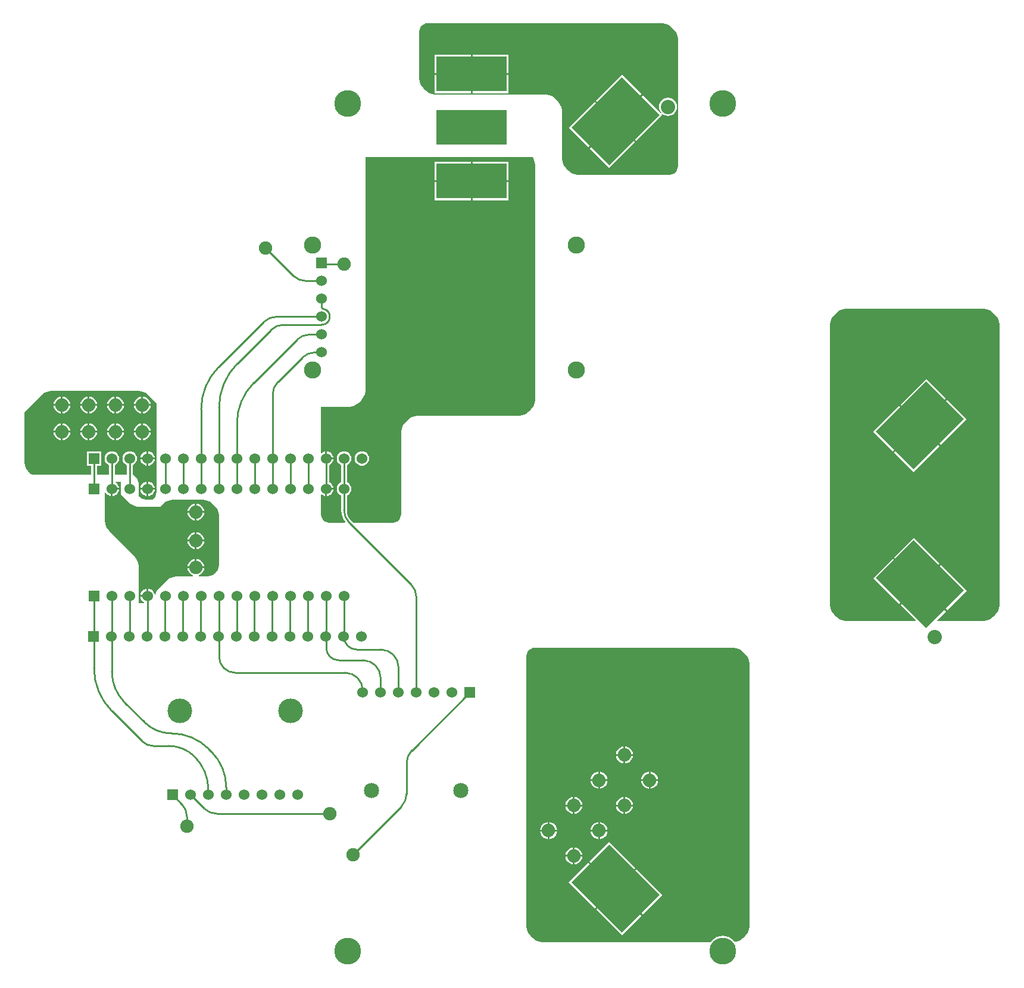
<source format=gtl>
G04*
G04 #@! TF.GenerationSoftware,Altium Limited,Altium Designer,20.1.14 (287)*
G04*
G04 Layer_Physical_Order=1*
G04 Layer_Color=255*
%FSLAX24Y24*%
%MOIN*%
G70*
G04*
G04 #@! TF.SameCoordinates,B8CB9E98-002D-4190-A2A2-B4F4F07DE0F0*
G04*
G04*
G04 #@! TF.FilePolarity,Positive*
G04*
G01*
G75*
%ADD10C,0.0100*%
G04:AMPARAMS|DCode=15|XSize=300mil|YSize=400mil|CornerRadius=0mil|HoleSize=0mil|Usage=FLASHONLY|Rotation=315.000|XOffset=0mil|YOffset=0mil|HoleType=Round|Shape=Rectangle|*
%AMROTATEDRECTD15*
4,1,4,-0.2475,-0.0354,0.0354,0.2475,0.2475,0.0354,-0.0354,-0.2475,-0.2475,-0.0354,0.0*
%
%ADD15ROTATEDRECTD15*%

G04:AMPARAMS|DCode=16|XSize=300mil|YSize=400mil|CornerRadius=0mil|HoleSize=0mil|Usage=FLASHONLY|Rotation=225.000|XOffset=0mil|YOffset=0mil|HoleType=Round|Shape=Rectangle|*
%AMROTATEDRECTD16*
4,1,4,-0.0354,0.2475,0.2475,-0.0354,0.0354,-0.2475,-0.2475,0.0354,-0.0354,0.2475,0.0*
%
%ADD16ROTATEDRECTD16*%

%ADD17R,0.3937X0.1969*%
%ADD32R,0.0600X0.0600*%
%ADD33C,0.0600*%
%ADD34R,0.0600X0.0600*%
%ADD35R,0.0602X0.0602*%
%ADD36C,0.0602*%
%ADD37C,0.0850*%
%ADD38C,0.0750*%
%ADD39C,0.0965*%
%ADD40C,0.1500*%
%ADD41C,0.0800*%
%ADD42C,0.1378*%
G36*
X37792Y58462D02*
X37974Y58386D01*
X38137Y58277D01*
X38277Y58137D01*
X38386Y57974D01*
X38462Y57792D01*
X38500Y57598D01*
Y57500D01*
Y50500D01*
Y50451D01*
X38481Y50354D01*
X38443Y50263D01*
X38388Y50181D01*
X38319Y50112D01*
X38237Y50057D01*
X38146Y50019D01*
X38049Y50000D01*
X32902D01*
X32708Y50038D01*
X32526Y50114D01*
X32363Y50223D01*
X32223Y50363D01*
X32114Y50526D01*
X32038Y50708D01*
X32000Y50902D01*
Y51000D01*
Y53500D01*
X31995Y53598D01*
X31957Y53790D01*
X31882Y53971D01*
X31773Y54134D01*
X31634Y54273D01*
X31471Y54382D01*
X31290Y54457D01*
X31098Y54495D01*
X31000Y54500D01*
X24902D01*
X24708Y54538D01*
X24526Y54614D01*
X24363Y54723D01*
X24223Y54863D01*
X24114Y55026D01*
X24038Y55208D01*
X24000Y55402D01*
Y55500D01*
Y58000D01*
Y58049D01*
X24019Y58146D01*
X24057Y58237D01*
X24112Y58319D01*
X24181Y58388D01*
X24263Y58443D01*
X24354Y58481D01*
X24451Y58500D01*
X37598D01*
X37792Y58462D01*
D02*
G37*
G36*
X8477Y37862D02*
X8659Y37786D01*
X8823Y37677D01*
X9224Y37276D01*
X9261Y37220D01*
X9287Y37158D01*
X9300Y37092D01*
Y37059D01*
Y32283D01*
Y32216D01*
X9274Y32084D01*
X9222Y31959D01*
X9148Y31848D01*
X9100Y31800D01*
X8716D01*
X8584Y31826D01*
X8459Y31878D01*
X8348Y31952D01*
X8300Y32000D01*
Y32617D01*
X8297Y32684D01*
X8271Y32815D01*
X8219Y32939D01*
X8145Y33050D01*
X8100Y33100D01*
X8075Y33122D01*
X8020Y33160D01*
X7958Y33185D01*
X7953Y33186D01*
Y33730D01*
X8002Y33751D01*
X8085Y33815D01*
X8149Y33898D01*
X8190Y33996D01*
X8203Y34100D01*
X8190Y34204D01*
X8149Y34302D01*
X8085Y34385D01*
X8002Y34449D01*
X7904Y34490D01*
X7800Y34503D01*
X7696Y34490D01*
X7598Y34449D01*
X7515Y34385D01*
X7451Y34302D01*
X7410Y34204D01*
X7397Y34100D01*
X7410Y33996D01*
X7451Y33898D01*
X7515Y33815D01*
X7598Y33751D01*
X7647Y33730D01*
Y33200D01*
X6953D01*
Y33730D01*
X7002Y33751D01*
X7085Y33815D01*
X7149Y33898D01*
X7190Y33996D01*
X7203Y34100D01*
X7190Y34204D01*
X7149Y34302D01*
X7085Y34385D01*
X7002Y34449D01*
X6904Y34490D01*
X6800Y34503D01*
X6696Y34490D01*
X6598Y34449D01*
X6515Y34385D01*
X6451Y34302D01*
X6410Y34204D01*
X6397Y34100D01*
X6410Y33996D01*
X6451Y33898D01*
X6515Y33815D01*
X6598Y33751D01*
X6647Y33730D01*
Y33200D01*
X5953D01*
Y33700D01*
X6200D01*
Y34500D01*
X5400D01*
Y33700D01*
X5647D01*
Y33200D01*
X2408D01*
X2342Y33213D01*
X2280Y33239D01*
X2224Y33276D01*
X2200Y33300D01*
X2183Y33317D01*
X2183D01*
X2116Y33384D01*
X2010Y33543D01*
X1937Y33718D01*
X1900Y33905D01*
Y34000D01*
Y36700D01*
X2807Y37607D01*
X2807Y37607D01*
Y37607D01*
X2877Y37677D01*
X3041Y37786D01*
X3223Y37862D01*
X3416Y37900D01*
X8284D01*
X8477Y37862D01*
D02*
G37*
G36*
X30399Y50943D02*
X30449Y50822D01*
X30483Y50696D01*
X30500Y50566D01*
X30500Y50500D01*
X30500Y37500D01*
Y37402D01*
X30462Y37208D01*
X30386Y37026D01*
X30277Y36863D01*
X30137Y36723D01*
X29974Y36614D01*
X29792Y36538D01*
X29598Y36500D01*
X24000D01*
X24000Y36500D01*
X23902Y36495D01*
X23710Y36457D01*
X23529Y36382D01*
X23366Y36273D01*
X23227Y36134D01*
X23118Y35971D01*
X23043Y35790D01*
X23005Y35598D01*
X23000Y35500D01*
Y31000D01*
Y30951D01*
X22981Y30854D01*
X22943Y30763D01*
X22888Y30681D01*
X22819Y30612D01*
X22737Y30557D01*
X22646Y30519D01*
X22549Y30500D01*
X20316D01*
X20201Y30615D01*
X20195Y30619D01*
X20094Y30742D01*
X20016Y30889D01*
X19967Y31049D01*
X19952Y31207D01*
X19953Y31214D01*
Y32029D01*
X20002Y32050D01*
X20086Y32114D01*
X20150Y32198D01*
X20191Y32295D01*
X20205Y32400D01*
X20191Y32505D01*
X20150Y32602D01*
X20086Y32686D01*
X20002Y32750D01*
X19953Y32771D01*
Y33730D01*
X20002Y33751D01*
X20085Y33815D01*
X20149Y33898D01*
X20190Y33996D01*
X20203Y34100D01*
X20190Y34204D01*
X20149Y34302D01*
X20085Y34385D01*
X20002Y34449D01*
X19904Y34490D01*
X19800Y34503D01*
X19696Y34490D01*
X19598Y34449D01*
X19515Y34385D01*
X19451Y34302D01*
X19410Y34204D01*
X19397Y34100D01*
X19410Y33996D01*
X19451Y33898D01*
X19515Y33815D01*
X19598Y33751D01*
X19647Y33730D01*
Y32771D01*
X19598Y32750D01*
X19514Y32686D01*
X19450Y32602D01*
X19409Y32505D01*
X19395Y32400D01*
X19409Y32295D01*
X19450Y32198D01*
X19514Y32114D01*
X19598Y32050D01*
X19647Y32029D01*
Y31214D01*
X19646D01*
X19661Y31034D01*
X19703Y30858D01*
X19772Y30691D01*
X19858Y30550D01*
X19838Y30500D01*
X18951D01*
X18854Y30519D01*
X18763Y30557D01*
X18681Y30612D01*
X18612Y30681D01*
X18557Y30763D01*
X18519Y30854D01*
X18500Y30951D01*
Y32062D01*
X18550Y32086D01*
X18598Y32050D01*
X18695Y32009D01*
X18750Y32002D01*
Y32400D01*
X18800D01*
Y32450D01*
X19198D01*
X19191Y32505D01*
X19150Y32602D01*
X19086Y32686D01*
X19002Y32750D01*
X18953Y32771D01*
Y33730D01*
X19002Y33751D01*
X19085Y33815D01*
X19149Y33898D01*
X19190Y33996D01*
X19197Y34050D01*
X18800D01*
Y34100D01*
X18750D01*
Y34497D01*
X18696Y34490D01*
X18598Y34449D01*
X18550Y34412D01*
X18500Y34437D01*
Y37000D01*
X19953Y37000D01*
X20000Y37000D01*
X20000Y37000D01*
X20000Y37000D01*
X20098Y37005D01*
X20290Y37043D01*
X20471Y37118D01*
X20634Y37227D01*
X20773Y37366D01*
X20882Y37529D01*
X20957Y37710D01*
X20995Y37902D01*
X21000Y38000D01*
X21000Y51000D01*
X30366D01*
X30399Y50943D01*
D02*
G37*
G36*
X7300Y32100D02*
X7788Y31612D01*
X7841Y31564D01*
X7959Y31486D01*
X8090Y31431D01*
X8229Y31403D01*
X8300Y31400D01*
X9500D01*
X9607Y31507D01*
X9607Y31507D01*
Y31507D01*
X9677Y31577D01*
X9841Y31686D01*
X10023Y31762D01*
X10216Y31800D01*
X11884D01*
X12077Y31762D01*
X12259Y31686D01*
X12423Y31577D01*
X12493Y31507D01*
X12517Y31483D01*
Y31483D01*
X12584Y31416D01*
X12690Y31257D01*
X12763Y31082D01*
X12800Y30895D01*
Y30800D01*
Y28183D01*
Y28116D01*
X12774Y27984D01*
X12722Y27859D01*
X12648Y27748D01*
X12600Y27700D01*
X12552Y27652D01*
X12441Y27578D01*
X12316Y27526D01*
X12184Y27500D01*
X11665D01*
X11655Y27550D01*
X11740Y27585D01*
X11839Y27661D01*
X11915Y27760D01*
X11963Y27876D01*
X11973Y27950D01*
X11027D01*
X11037Y27876D01*
X11085Y27760D01*
X11161Y27661D01*
X11260Y27585D01*
X11345Y27550D01*
X11335Y27500D01*
X10514D01*
X10416Y27495D01*
X10224Y27457D01*
X10043Y27382D01*
X9880Y27273D01*
X9807Y27207D01*
X9493Y26893D01*
Y26893D01*
X9427Y26820D01*
X9318Y26657D01*
X9245Y26480D01*
X9240Y26478D01*
X9192Y26496D01*
X9191Y26505D01*
X9150Y26602D01*
X9086Y26686D01*
X9002Y26750D01*
X8905Y26791D01*
X8850Y26798D01*
Y26400D01*
X8800D01*
Y26350D01*
X8402D01*
X8409Y26295D01*
X8450Y26198D01*
X8514Y26114D01*
X8597Y26050D01*
X8597Y26048D01*
X8587Y26000D01*
X8300D01*
Y27986D01*
X8295Y28084D01*
X8257Y28276D01*
X8182Y28457D01*
X8073Y28620D01*
X8007Y28693D01*
X6693Y30007D01*
X6623Y30077D01*
X6514Y30241D01*
X6438Y30423D01*
X6400Y30616D01*
Y30714D01*
Y32187D01*
X6448Y32197D01*
X6450Y32197D01*
X6514Y32114D01*
X6598Y32050D01*
X6695Y32009D01*
X6750Y32002D01*
Y32400D01*
X6800D01*
Y32450D01*
X7198D01*
X7191Y32505D01*
X7150Y32602D01*
X7086Y32686D01*
X7003Y32750D01*
X7003Y32752D01*
X7013Y32800D01*
X7300D01*
Y32100D01*
D02*
G37*
G36*
X55792Y42462D02*
X55974Y42386D01*
X56137Y42277D01*
X56277Y42137D01*
X56386Y41974D01*
X56462Y41792D01*
X56500Y41598D01*
Y41500D01*
Y26000D01*
Y25902D01*
X56462Y25708D01*
X56386Y25526D01*
X56277Y25363D01*
X56137Y25223D01*
X55974Y25114D01*
X55792Y25038D01*
X55598Y25000D01*
X53035D01*
X53016Y25046D01*
X53498Y25528D01*
X52048Y26978D01*
X50952Y25882D01*
X51788Y25046D01*
X51769Y25000D01*
X47902D01*
X47708Y25038D01*
X47526Y25114D01*
X47363Y25223D01*
X47223Y25363D01*
X47114Y25526D01*
X47038Y25708D01*
X47000Y25902D01*
Y26000D01*
Y41500D01*
Y41598D01*
X47038Y41792D01*
X47114Y41974D01*
X47223Y42137D01*
X47363Y42277D01*
X47526Y42386D01*
X47708Y42462D01*
X47902Y42500D01*
X55598D01*
X55792Y42462D01*
D02*
G37*
G36*
X41792Y23462D02*
X41974Y23386D01*
X42137Y23277D01*
X42277Y23137D01*
X42386Y22974D01*
X42462Y22792D01*
X42500Y22598D01*
Y22500D01*
Y8000D01*
Y7902D01*
X42462Y7708D01*
X42386Y7526D01*
X42277Y7363D01*
X42137Y7223D01*
X41974Y7114D01*
X41792Y7038D01*
X41677Y7016D01*
X41604Y7104D01*
X41475Y7210D01*
X41327Y7289D01*
X41167Y7338D01*
X41000Y7354D01*
X40833Y7338D01*
X40673Y7289D01*
X40525Y7210D01*
X40396Y7104D01*
X40311Y7000D01*
X30902D01*
X30708Y7038D01*
X30526Y7114D01*
X30363Y7223D01*
X30223Y7363D01*
X30114Y7526D01*
X30038Y7708D01*
X30000Y7902D01*
Y8000D01*
Y23000D01*
Y23049D01*
X30019Y23146D01*
X30057Y23237D01*
X30112Y23319D01*
X30181Y23388D01*
X30263Y23443D01*
X30354Y23481D01*
X30451Y23500D01*
X41598D01*
X41792Y23462D01*
D02*
G37*
%LPC*%
G36*
X29018Y56734D02*
X27000D01*
Y55700D01*
X29018D01*
Y56734D01*
D02*
G37*
G36*
X26900D02*
X24881D01*
Y55700D01*
X26900D01*
Y56734D01*
D02*
G37*
G36*
X29018Y55600D02*
X27000D01*
Y54566D01*
X29018D01*
Y55600D01*
D02*
G37*
G36*
X26900D02*
X24881D01*
Y54566D01*
X26900D01*
Y55600D01*
D02*
G37*
G36*
X36520Y54450D02*
X35071Y53000D01*
X36167Y51904D01*
X37616Y53354D01*
X37571Y53399D01*
X37604Y53436D01*
X37682Y53376D01*
X37804Y53326D01*
X37934Y53309D01*
X38065Y53326D01*
X38187Y53376D01*
X38291Y53457D01*
X38371Y53561D01*
X38422Y53683D01*
X38439Y53813D01*
X38422Y53944D01*
X38371Y54065D01*
X38291Y54170D01*
X38187Y54250D01*
X38065Y54300D01*
X37934Y54317D01*
X37804Y54300D01*
X37682Y54250D01*
X37578Y54170D01*
X37498Y54065D01*
X37447Y53944D01*
X37430Y53813D01*
X37447Y53683D01*
X37498Y53561D01*
X37558Y53483D01*
X37520Y53450D01*
X36520Y54450D01*
D02*
G37*
G36*
X35354Y55616D02*
X33904Y54167D01*
X35000Y53071D01*
X36450Y54520D01*
X35354Y55616D01*
D02*
G37*
G36*
X33833Y54096D02*
X32384Y52646D01*
X33480Y51550D01*
X34929Y53000D01*
X33833Y54096D01*
D02*
G37*
G36*
X35000Y52929D02*
X33550Y51480D01*
X34646Y50384D01*
X36096Y51833D01*
X35000Y52929D01*
D02*
G37*
G36*
X8550Y37573D02*
Y37150D01*
X8973D01*
X8963Y37224D01*
X8915Y37340D01*
X8839Y37439D01*
X8740Y37515D01*
X8624Y37563D01*
X8550Y37573D01*
D02*
G37*
G36*
X8450D02*
X8376Y37563D01*
X8260Y37515D01*
X8161Y37439D01*
X8085Y37340D01*
X8037Y37224D01*
X8027Y37150D01*
X8450D01*
Y37573D01*
D02*
G37*
G36*
X7050D02*
Y37150D01*
X7473D01*
X7463Y37224D01*
X7415Y37340D01*
X7339Y37439D01*
X7240Y37515D01*
X7124Y37563D01*
X7050Y37573D01*
D02*
G37*
G36*
X6950D02*
X6876Y37563D01*
X6760Y37515D01*
X6661Y37439D01*
X6585Y37340D01*
X6537Y37224D01*
X6527Y37150D01*
X6950D01*
Y37573D01*
D02*
G37*
G36*
X5550D02*
Y37150D01*
X5973D01*
X5963Y37224D01*
X5915Y37340D01*
X5839Y37439D01*
X5740Y37515D01*
X5624Y37563D01*
X5550Y37573D01*
D02*
G37*
G36*
X5450D02*
X5376Y37563D01*
X5260Y37515D01*
X5161Y37439D01*
X5085Y37340D01*
X5037Y37224D01*
X5027Y37150D01*
X5450D01*
Y37573D01*
D02*
G37*
G36*
X4050D02*
Y37150D01*
X4473D01*
X4463Y37224D01*
X4415Y37340D01*
X4339Y37439D01*
X4240Y37515D01*
X4124Y37563D01*
X4050Y37573D01*
D02*
G37*
G36*
X3950D02*
X3876Y37563D01*
X3760Y37515D01*
X3661Y37439D01*
X3585Y37340D01*
X3537Y37224D01*
X3527Y37150D01*
X3950D01*
Y37573D01*
D02*
G37*
G36*
X8973Y37050D02*
X8550D01*
Y36627D01*
X8624Y36637D01*
X8740Y36685D01*
X8839Y36761D01*
X8915Y36860D01*
X8963Y36976D01*
X8973Y37050D01*
D02*
G37*
G36*
X8450D02*
X8027D01*
X8037Y36976D01*
X8085Y36860D01*
X8161Y36761D01*
X8260Y36685D01*
X8376Y36637D01*
X8450Y36627D01*
Y37050D01*
D02*
G37*
G36*
X7473D02*
X7050D01*
Y36627D01*
X7124Y36637D01*
X7240Y36685D01*
X7339Y36761D01*
X7415Y36860D01*
X7463Y36976D01*
X7473Y37050D01*
D02*
G37*
G36*
X6950D02*
X6527D01*
X6537Y36976D01*
X6585Y36860D01*
X6661Y36761D01*
X6760Y36685D01*
X6876Y36637D01*
X6950Y36627D01*
Y37050D01*
D02*
G37*
G36*
X5973D02*
X5550D01*
Y36627D01*
X5624Y36637D01*
X5740Y36685D01*
X5839Y36761D01*
X5915Y36860D01*
X5963Y36976D01*
X5973Y37050D01*
D02*
G37*
G36*
X5450D02*
X5027D01*
X5037Y36976D01*
X5085Y36860D01*
X5161Y36761D01*
X5260Y36685D01*
X5376Y36637D01*
X5450Y36627D01*
Y37050D01*
D02*
G37*
G36*
X4473D02*
X4050D01*
Y36627D01*
X4124Y36637D01*
X4240Y36685D01*
X4339Y36761D01*
X4415Y36860D01*
X4463Y36976D01*
X4473Y37050D01*
D02*
G37*
G36*
X3950D02*
X3527D01*
X3537Y36976D01*
X3585Y36860D01*
X3661Y36761D01*
X3760Y36685D01*
X3876Y36637D01*
X3950Y36627D01*
Y37050D01*
D02*
G37*
G36*
X8550Y36073D02*
Y35650D01*
X8973D01*
X8963Y35724D01*
X8915Y35840D01*
X8839Y35939D01*
X8740Y36015D01*
X8624Y36063D01*
X8550Y36073D01*
D02*
G37*
G36*
X8450D02*
X8376Y36063D01*
X8260Y36015D01*
X8161Y35939D01*
X8085Y35840D01*
X8037Y35724D01*
X8027Y35650D01*
X8450D01*
Y36073D01*
D02*
G37*
G36*
X7050D02*
Y35650D01*
X7473D01*
X7463Y35724D01*
X7415Y35840D01*
X7339Y35939D01*
X7240Y36015D01*
X7124Y36063D01*
X7050Y36073D01*
D02*
G37*
G36*
X6950D02*
X6876Y36063D01*
X6760Y36015D01*
X6661Y35939D01*
X6585Y35840D01*
X6537Y35724D01*
X6527Y35650D01*
X6950D01*
Y36073D01*
D02*
G37*
G36*
X5550D02*
Y35650D01*
X5973D01*
X5963Y35724D01*
X5915Y35840D01*
X5839Y35939D01*
X5740Y36015D01*
X5624Y36063D01*
X5550Y36073D01*
D02*
G37*
G36*
X5450D02*
X5376Y36063D01*
X5260Y36015D01*
X5161Y35939D01*
X5085Y35840D01*
X5037Y35724D01*
X5027Y35650D01*
X5450D01*
Y36073D01*
D02*
G37*
G36*
X4050D02*
Y35650D01*
X4473D01*
X4463Y35724D01*
X4415Y35840D01*
X4339Y35939D01*
X4240Y36015D01*
X4124Y36063D01*
X4050Y36073D01*
D02*
G37*
G36*
X3950D02*
X3876Y36063D01*
X3760Y36015D01*
X3661Y35939D01*
X3585Y35840D01*
X3537Y35724D01*
X3527Y35650D01*
X3950D01*
Y36073D01*
D02*
G37*
G36*
X8973Y35550D02*
X8550D01*
Y35127D01*
X8624Y35137D01*
X8740Y35185D01*
X8839Y35261D01*
X8915Y35360D01*
X8963Y35476D01*
X8973Y35550D01*
D02*
G37*
G36*
X8450D02*
X8027D01*
X8037Y35476D01*
X8085Y35360D01*
X8161Y35261D01*
X8260Y35185D01*
X8376Y35137D01*
X8450Y35127D01*
Y35550D01*
D02*
G37*
G36*
X7473D02*
X7050D01*
Y35127D01*
X7124Y35137D01*
X7240Y35185D01*
X7339Y35261D01*
X7415Y35360D01*
X7463Y35476D01*
X7473Y35550D01*
D02*
G37*
G36*
X6950D02*
X6527D01*
X6537Y35476D01*
X6585Y35360D01*
X6661Y35261D01*
X6760Y35185D01*
X6876Y35137D01*
X6950Y35127D01*
Y35550D01*
D02*
G37*
G36*
X5973D02*
X5550D01*
Y35127D01*
X5624Y35137D01*
X5740Y35185D01*
X5839Y35261D01*
X5915Y35360D01*
X5963Y35476D01*
X5973Y35550D01*
D02*
G37*
G36*
X5450D02*
X5027D01*
X5037Y35476D01*
X5085Y35360D01*
X5161Y35261D01*
X5260Y35185D01*
X5376Y35137D01*
X5450Y35127D01*
Y35550D01*
D02*
G37*
G36*
X4473D02*
X4050D01*
Y35127D01*
X4124Y35137D01*
X4240Y35185D01*
X4339Y35261D01*
X4415Y35360D01*
X4463Y35476D01*
X4473Y35550D01*
D02*
G37*
G36*
X3950D02*
X3527D01*
X3537Y35476D01*
X3585Y35360D01*
X3661Y35261D01*
X3760Y35185D01*
X3876Y35137D01*
X3950Y35127D01*
Y35550D01*
D02*
G37*
G36*
X8850Y34497D02*
Y34150D01*
X9197D01*
X9190Y34204D01*
X9149Y34302D01*
X9085Y34385D01*
X9002Y34449D01*
X8904Y34490D01*
X8850Y34497D01*
D02*
G37*
G36*
X8750D02*
X8696Y34490D01*
X8598Y34449D01*
X8515Y34385D01*
X8451Y34302D01*
X8410Y34204D01*
X8403Y34150D01*
X8750D01*
Y34497D01*
D02*
G37*
G36*
X9197Y34050D02*
X8850D01*
Y33703D01*
X8904Y33710D01*
X9002Y33751D01*
X9085Y33815D01*
X9149Y33898D01*
X9190Y33996D01*
X9197Y34050D01*
D02*
G37*
G36*
X8750D02*
X8403D01*
X8410Y33996D01*
X8451Y33898D01*
X8515Y33815D01*
X8598Y33751D01*
X8696Y33710D01*
X8750Y33703D01*
Y34050D01*
D02*
G37*
G36*
X8850Y32798D02*
Y32450D01*
X9198D01*
X9191Y32505D01*
X9150Y32602D01*
X9086Y32686D01*
X9002Y32750D01*
X8905Y32791D01*
X8850Y32798D01*
D02*
G37*
G36*
X8750D02*
X8695Y32791D01*
X8598Y32750D01*
X8514Y32686D01*
X8450Y32602D01*
X8409Y32505D01*
X8402Y32450D01*
X8750D01*
Y32798D01*
D02*
G37*
G36*
X9198Y32350D02*
X8850D01*
Y32002D01*
X8905Y32009D01*
X9002Y32050D01*
X9086Y32114D01*
X9150Y32198D01*
X9191Y32295D01*
X9198Y32350D01*
D02*
G37*
G36*
X8750D02*
X8402D01*
X8409Y32295D01*
X8450Y32198D01*
X8514Y32114D01*
X8598Y32050D01*
X8695Y32009D01*
X8750Y32002D01*
Y32350D01*
D02*
G37*
G36*
X29018Y50734D02*
X27000D01*
Y49700D01*
X29018D01*
Y50734D01*
D02*
G37*
G36*
X26900D02*
X24881D01*
Y49700D01*
X26900D01*
Y50734D01*
D02*
G37*
G36*
X29018Y49600D02*
X27000D01*
Y48566D01*
X29018D01*
Y49600D01*
D02*
G37*
G36*
X26900D02*
X24881D01*
Y48566D01*
X26900D01*
Y49600D01*
D02*
G37*
G36*
X18850Y34497D02*
Y34150D01*
X19197D01*
X19190Y34204D01*
X19149Y34302D01*
X19085Y34385D01*
X19002Y34449D01*
X18904Y34490D01*
X18850Y34497D01*
D02*
G37*
G36*
X20800Y34503D02*
X20696Y34490D01*
X20598Y34449D01*
X20515Y34385D01*
X20451Y34302D01*
X20410Y34204D01*
X20397Y34100D01*
X20410Y33996D01*
X20451Y33898D01*
X20515Y33815D01*
X20598Y33751D01*
X20696Y33710D01*
X20800Y33697D01*
X20904Y33710D01*
X21002Y33751D01*
X21085Y33815D01*
X21149Y33898D01*
X21190Y33996D01*
X21203Y34100D01*
X21190Y34204D01*
X21149Y34302D01*
X21085Y34385D01*
X21002Y34449D01*
X20904Y34490D01*
X20800Y34503D01*
D02*
G37*
G36*
X19198Y32350D02*
X18850D01*
Y32002D01*
X18905Y32009D01*
X19002Y32050D01*
X19086Y32114D01*
X19150Y32198D01*
X19191Y32295D01*
X19198Y32350D01*
D02*
G37*
G36*
X7198D02*
X6850D01*
Y32002D01*
X6905Y32009D01*
X7002Y32050D01*
X7086Y32114D01*
X7150Y32198D01*
X7191Y32295D01*
X7198Y32350D01*
D02*
G37*
G36*
X11550Y31573D02*
Y31150D01*
X11973D01*
X11963Y31224D01*
X11915Y31340D01*
X11839Y31439D01*
X11740Y31515D01*
X11624Y31563D01*
X11550Y31573D01*
D02*
G37*
G36*
X11450D02*
X11376Y31563D01*
X11260Y31515D01*
X11161Y31439D01*
X11085Y31340D01*
X11037Y31224D01*
X11027Y31150D01*
X11450D01*
Y31573D01*
D02*
G37*
G36*
X11973Y31050D02*
X11550D01*
Y30627D01*
X11624Y30637D01*
X11740Y30685D01*
X11839Y30761D01*
X11915Y30860D01*
X11963Y30976D01*
X11973Y31050D01*
D02*
G37*
G36*
X11450D02*
X11027D01*
X11037Y30976D01*
X11085Y30860D01*
X11161Y30761D01*
X11260Y30685D01*
X11376Y30637D01*
X11450Y30627D01*
Y31050D01*
D02*
G37*
G36*
X11550Y29973D02*
Y29550D01*
X11973D01*
X11963Y29624D01*
X11915Y29740D01*
X11839Y29839D01*
X11740Y29915D01*
X11624Y29963D01*
X11550Y29973D01*
D02*
G37*
G36*
X11450D02*
X11376Y29963D01*
X11260Y29915D01*
X11161Y29839D01*
X11085Y29740D01*
X11037Y29624D01*
X11027Y29550D01*
X11450D01*
Y29973D01*
D02*
G37*
G36*
X11973Y29450D02*
X11550D01*
Y29027D01*
X11624Y29037D01*
X11740Y29085D01*
X11839Y29161D01*
X11915Y29260D01*
X11963Y29376D01*
X11973Y29450D01*
D02*
G37*
G36*
X11450D02*
X11027D01*
X11037Y29376D01*
X11085Y29260D01*
X11161Y29161D01*
X11260Y29085D01*
X11376Y29037D01*
X11450Y29027D01*
Y29450D01*
D02*
G37*
G36*
X11550Y28473D02*
Y28050D01*
X11973D01*
X11963Y28124D01*
X11915Y28240D01*
X11839Y28339D01*
X11740Y28415D01*
X11624Y28463D01*
X11550Y28473D01*
D02*
G37*
G36*
X11450D02*
X11376Y28463D01*
X11260Y28415D01*
X11161Y28339D01*
X11085Y28240D01*
X11037Y28124D01*
X11027Y28050D01*
X11450D01*
Y28473D01*
D02*
G37*
G36*
X8750Y26798D02*
X8695Y26791D01*
X8598Y26750D01*
X8514Y26686D01*
X8450Y26602D01*
X8409Y26505D01*
X8402Y26450D01*
X8750D01*
Y26798D01*
D02*
G37*
G36*
X52402Y38568D02*
X50952Y37118D01*
X52048Y36022D01*
X53498Y37472D01*
X52402Y38568D01*
D02*
G37*
G36*
X53569Y37401D02*
X52119Y35952D01*
X53215Y34856D01*
X54665Y36305D01*
X53569Y37401D01*
D02*
G37*
G36*
X50882Y37048D02*
X49432Y35598D01*
X50528Y34502D01*
X51978Y35952D01*
X50882Y37048D01*
D02*
G37*
G36*
X52048Y35881D02*
X50599Y34431D01*
X51695Y33335D01*
X53144Y34785D01*
X52048Y35881D01*
D02*
G37*
G36*
X51695Y29665D02*
X50599Y28569D01*
X52048Y27119D01*
X53144Y28215D01*
X51695Y29665D01*
D02*
G37*
G36*
X50528Y28498D02*
X49432Y27402D01*
X50882Y25952D01*
X51978Y27048D01*
X50528Y28498D01*
D02*
G37*
G36*
X53215Y28144D02*
X52119Y27048D01*
X53569Y25599D01*
X54665Y26695D01*
X53215Y28144D01*
D02*
G37*
G36*
X35543Y17965D02*
Y17543D01*
X35965D01*
X35955Y17617D01*
X35908Y17732D01*
X35831Y17831D01*
X35732Y17908D01*
X35617Y17955D01*
X35543Y17965D01*
D02*
G37*
G36*
X35443D02*
X35369Y17955D01*
X35253Y17908D01*
X35154Y17831D01*
X35078Y17732D01*
X35030Y17617D01*
X35020Y17543D01*
X35443D01*
Y17965D01*
D02*
G37*
G36*
X35965Y17443D02*
X35543D01*
Y17020D01*
X35617Y17030D01*
X35732Y17078D01*
X35831Y17154D01*
X35908Y17253D01*
X35955Y17369D01*
X35965Y17443D01*
D02*
G37*
G36*
X35443D02*
X35020D01*
X35030Y17369D01*
X35078Y17253D01*
X35154Y17154D01*
X35253Y17078D01*
X35369Y17030D01*
X35443Y17020D01*
Y17443D01*
D02*
G37*
G36*
X36957Y16551D02*
Y16128D01*
X37379D01*
X37370Y16202D01*
X37322Y16318D01*
X37246Y16417D01*
X37146Y16493D01*
X37031Y16541D01*
X36957Y16551D01*
D02*
G37*
G36*
X36857D02*
X36783Y16541D01*
X36667Y16493D01*
X36568Y16417D01*
X36492Y16318D01*
X36444Y16202D01*
X36434Y16128D01*
X36857D01*
Y16551D01*
D02*
G37*
G36*
X34128D02*
Y16128D01*
X34551D01*
X34541Y16202D01*
X34493Y16318D01*
X34417Y16417D01*
X34318Y16493D01*
X34202Y16541D01*
X34128Y16551D01*
D02*
G37*
G36*
X34028D02*
X33954Y16541D01*
X33839Y16493D01*
X33740Y16417D01*
X33664Y16318D01*
X33616Y16202D01*
X33606Y16128D01*
X34028D01*
Y16551D01*
D02*
G37*
G36*
X37379Y16028D02*
X36957D01*
Y15606D01*
X37031Y15616D01*
X37146Y15664D01*
X37246Y15740D01*
X37322Y15839D01*
X37370Y15954D01*
X37379Y16028D01*
D02*
G37*
G36*
X36857D02*
X36434D01*
X36444Y15954D01*
X36492Y15839D01*
X36568Y15740D01*
X36667Y15664D01*
X36783Y15616D01*
X36857Y15606D01*
Y16028D01*
D02*
G37*
G36*
X34551D02*
X34128D01*
Y15606D01*
X34202Y15616D01*
X34318Y15664D01*
X34417Y15740D01*
X34493Y15839D01*
X34541Y15954D01*
X34551Y16028D01*
D02*
G37*
G36*
X34028D02*
X33606D01*
X33616Y15954D01*
X33664Y15839D01*
X33740Y15740D01*
X33839Y15664D01*
X33954Y15616D01*
X34028Y15606D01*
Y16028D01*
D02*
G37*
G36*
X35543Y15137D02*
Y14714D01*
X35965D01*
X35955Y14788D01*
X35908Y14904D01*
X35831Y15003D01*
X35732Y15079D01*
X35617Y15127D01*
X35543Y15137D01*
D02*
G37*
G36*
X35443D02*
X35369Y15127D01*
X35253Y15079D01*
X35154Y15003D01*
X35078Y14904D01*
X35030Y14788D01*
X35020Y14714D01*
X35443D01*
Y15137D01*
D02*
G37*
G36*
X32714D02*
Y14714D01*
X33137D01*
X33127Y14788D01*
X33079Y14904D01*
X33003Y15003D01*
X32904Y15079D01*
X32788Y15127D01*
X32714Y15137D01*
D02*
G37*
G36*
X32614D02*
X32540Y15127D01*
X32425Y15079D01*
X32325Y15003D01*
X32249Y14904D01*
X32201Y14788D01*
X32192Y14714D01*
X32614D01*
Y15137D01*
D02*
G37*
G36*
X35965Y14614D02*
X35543D01*
Y14192D01*
X35617Y14201D01*
X35732Y14249D01*
X35831Y14325D01*
X35908Y14425D01*
X35955Y14540D01*
X35965Y14614D01*
D02*
G37*
G36*
X35443D02*
X35020D01*
X35030Y14540D01*
X35078Y14425D01*
X35154Y14325D01*
X35253Y14249D01*
X35369Y14201D01*
X35443Y14192D01*
Y14614D01*
D02*
G37*
G36*
X33137D02*
X32714D01*
Y14192D01*
X32788Y14201D01*
X32904Y14249D01*
X33003Y14325D01*
X33079Y14425D01*
X33127Y14540D01*
X33137Y14614D01*
D02*
G37*
G36*
X32614D02*
X32192D01*
X32201Y14540D01*
X32249Y14425D01*
X32325Y14325D01*
X32425Y14249D01*
X32540Y14201D01*
X32614Y14192D01*
Y14614D01*
D02*
G37*
G36*
X34128Y13723D02*
Y13300D01*
X34551D01*
X34541Y13374D01*
X34493Y13490D01*
X34417Y13589D01*
X34318Y13665D01*
X34202Y13713D01*
X34128Y13723D01*
D02*
G37*
G36*
X34028D02*
X33954Y13713D01*
X33839Y13665D01*
X33740Y13589D01*
X33664Y13490D01*
X33616Y13374D01*
X33606Y13300D01*
X34028D01*
Y13723D01*
D02*
G37*
G36*
X31300D02*
Y13300D01*
X31723D01*
X31713Y13374D01*
X31665Y13490D01*
X31589Y13589D01*
X31490Y13665D01*
X31374Y13713D01*
X31300Y13723D01*
D02*
G37*
G36*
X31200D02*
X31126Y13713D01*
X31010Y13665D01*
X30911Y13589D01*
X30835Y13490D01*
X30787Y13374D01*
X30777Y13300D01*
X31200D01*
Y13723D01*
D02*
G37*
G36*
X34551Y13200D02*
X34128D01*
Y12777D01*
X34202Y12787D01*
X34318Y12835D01*
X34417Y12911D01*
X34493Y13010D01*
X34541Y13126D01*
X34551Y13200D01*
D02*
G37*
G36*
X34028D02*
X33606D01*
X33616Y13126D01*
X33664Y13010D01*
X33740Y12911D01*
X33839Y12835D01*
X33954Y12787D01*
X34028Y12777D01*
Y13200D01*
D02*
G37*
G36*
X31723D02*
X31300D01*
Y12777D01*
X31374Y12787D01*
X31490Y12835D01*
X31589Y12911D01*
X31665Y13010D01*
X31713Y13126D01*
X31723Y13200D01*
D02*
G37*
G36*
X31200D02*
X30777D01*
X30787Y13126D01*
X30835Y13010D01*
X30911Y12911D01*
X31010Y12835D01*
X31126Y12787D01*
X31200Y12777D01*
Y13200D01*
D02*
G37*
G36*
X32714Y12308D02*
Y11886D01*
X33137D01*
X33127Y11960D01*
X33079Y12075D01*
X33003Y12175D01*
X32904Y12251D01*
X32788Y12299D01*
X32714Y12308D01*
D02*
G37*
G36*
X32614D02*
X32540Y12299D01*
X32425Y12251D01*
X32325Y12175D01*
X32249Y12075D01*
X32201Y11960D01*
X32192Y11886D01*
X32614D01*
Y12308D01*
D02*
G37*
G36*
X33137Y11786D02*
X32714D01*
Y11363D01*
X32788Y11373D01*
X32904Y11421D01*
X33003Y11497D01*
X33079Y11596D01*
X33127Y11712D01*
X33137Y11786D01*
D02*
G37*
G36*
X32614D02*
X32192D01*
X32201Y11712D01*
X32249Y11596D01*
X32325Y11497D01*
X32425Y11421D01*
X32540Y11373D01*
X32614Y11363D01*
Y11786D01*
D02*
G37*
G36*
X34646Y12616D02*
X33550Y11520D01*
X35000Y10071D01*
X36096Y11167D01*
X34646Y12616D01*
D02*
G37*
G36*
X33480Y11450D02*
X32384Y10354D01*
X33833Y8904D01*
X34929Y10000D01*
X33480Y11450D01*
D02*
G37*
G36*
X36167Y11096D02*
X35071Y10000D01*
X36520Y8550D01*
X37616Y9646D01*
X36167Y11096D01*
D02*
G37*
G36*
X35000Y9929D02*
X33904Y8833D01*
X35354Y7384D01*
X36450Y8480D01*
X35000Y9929D01*
D02*
G37*
%LPD*%
D10*
X17800Y26400D02*
G03*
X17760Y26360I0J-40D01*
G01*
X16800Y26400D02*
G03*
X16760Y26360I0J-40D01*
G01*
X15800Y26400D02*
G03*
X15760Y26360I0J-40D01*
G01*
X14800Y26400D02*
G03*
X14760Y26360I0J-40D01*
G01*
X13760Y24140D02*
G03*
X13800Y24180I0J40D01*
G01*
X11800Y26400D02*
G03*
X11760Y26360I0J-40D01*
G01*
X10800Y26400D02*
G03*
X10760Y26360I0J-40D01*
G01*
X9800Y26400D02*
G03*
X9760Y26360I0J-40D01*
G01*
X8760Y24140D02*
G03*
X8800Y24180I0J40D01*
G01*
X7760Y24140D02*
G03*
X7800Y24180I0J40D01*
G01*
X19800Y24100D02*
G03*
X20500Y23400I700J0D01*
G01*
X22850Y22400D02*
G03*
X21850Y23400I-1000J0D01*
G01*
Y21800D02*
G03*
X20850Y22800I-1000J0D01*
G01*
X18800Y23500D02*
G03*
X19500Y22800I700J0D01*
G01*
X12800Y23000D02*
G03*
X13700Y22100I900J0D01*
G01*
X20850Y21100D02*
G03*
X19850Y22100I-1000J0D01*
G01*
X11957Y14493D02*
G03*
X12664Y14200I707J707D01*
G01*
X23593Y17743D02*
G03*
X23300Y17036I707J-707D01*
G01*
X23007Y14607D02*
G03*
X23300Y15314I-707J707D01*
G01*
X18550Y45050D02*
G03*
X18671Y45000I121J121D01*
G01*
X16957Y44343D02*
G03*
X17664Y44050I707J707D01*
G01*
X11000Y14036D02*
G03*
X10707Y14743I-1000J0D01*
G01*
X19800Y31214D02*
G03*
X20093Y30507I1000J0D01*
G01*
X23850Y26336D02*
G03*
X23557Y27043I-1000J0D01*
G01*
X16093Y38393D02*
G03*
X15800Y37686I707J-707D01*
G01*
X18164Y40050D02*
G03*
X17457Y39757I0J-1000D01*
G01*
X12772Y39222D02*
G03*
X11800Y36876I2345J-2345D01*
G01*
X13826Y39426D02*
G03*
X12800Y36949I2477J-2477D01*
G01*
X14747Y38347D02*
G03*
X13800Y36062I2285J-2285D01*
G01*
X8626Y19324D02*
G03*
X10133Y18700I1507J1507D01*
G01*
X12210Y17840D02*
G03*
X10133Y18700I-2078J-2079D01*
G01*
X13200Y15683D02*
G03*
X12376Y17674I-2817J-0D01*
G01*
X12200Y15543D02*
G03*
X11432Y17398I-2622J-0D01*
G01*
D02*
G03*
X9977Y18000I-1455J-1457D01*
G01*
X5800Y22356D02*
G03*
X6794Y19956I3394J-0D01*
G01*
X6800Y22148D02*
G03*
X7506Y20444I2411J-0D01*
G01*
X17864Y41050D02*
G03*
X17157Y40757I0J-1000D01*
G01*
X18550Y41600D02*
G03*
X18632Y42492I0J450D01*
G01*
X18563Y42541D02*
G03*
X18632Y42492I87J50D01*
G01*
X16414Y41600D02*
G03*
X15707Y41307I0J-1000D01*
G01*
X16014Y42050D02*
G03*
X15307Y41757I0J-1000D01*
G01*
X8500Y18250D02*
G03*
X9104Y18000I604J604D01*
G01*
X19800Y31214D02*
Y32400D01*
Y34100D01*
X18800Y32400D02*
Y34100D01*
X17800Y32400D02*
Y34100D01*
X16800Y32400D02*
Y34100D01*
X15800D02*
Y37686D01*
Y32400D02*
Y34100D01*
X14800Y32400D02*
Y34100D01*
X10800Y32400D02*
Y34100D01*
X9800Y32400D02*
Y34100D01*
X6800Y32400D02*
Y34100D01*
X7800Y32400D02*
Y34100D01*
X5800Y32400D02*
Y34100D01*
X17760Y24140D02*
Y26360D01*
X16760Y24140D02*
Y26360D01*
X15760Y24140D02*
Y26360D01*
X14760Y24140D02*
Y26360D01*
X13800Y24180D02*
Y26400D01*
X11760Y24140D02*
Y26360D01*
X10760Y24140D02*
Y26360D01*
X9760Y24140D02*
Y26360D01*
X8800Y24180D02*
Y26400D01*
X7800Y24180D02*
Y26400D01*
X19800Y24100D02*
Y26400D01*
X20500Y23400D02*
X21850D01*
X22850Y21000D02*
Y22400D01*
X21850Y21000D02*
Y21800D01*
X18800Y23500D02*
Y26400D01*
X19500Y22800D02*
X20850D01*
X12800Y23000D02*
Y26400D01*
X13700Y22100D02*
X19850D01*
X20850Y21000D02*
Y21100D01*
X11200Y15250D02*
X11957Y14493D01*
X12664Y14200D02*
X19000D01*
X23593Y17743D02*
X26850Y21000D01*
X20300Y11900D02*
X23007Y14607D01*
X23300Y15314D02*
Y17036D01*
X18671Y45000D02*
X19800D01*
X17664Y44050D02*
X18550D01*
X15400Y45900D02*
X16957Y44343D01*
X10200Y15250D02*
X10707Y14743D01*
X11000Y13500D02*
Y14036D01*
X20093Y30507D02*
X23557Y27043D01*
X23850Y21000D02*
Y26336D01*
X16093Y38393D02*
X17457Y39757D01*
X18164Y40050D02*
X18550D01*
X12772Y39222D02*
X15307Y41757D01*
X11800Y32400D02*
Y36876D01*
X11800Y36876D02*
X11800Y36876D01*
X13826Y39426D02*
X15707Y41307D01*
X12800Y32400D02*
Y36948D01*
X12800Y36949D02*
X12800Y36948D01*
X14747Y38347D02*
X17157Y40757D01*
X13800Y32400D02*
Y36061D01*
X13800Y36062D02*
X13800Y36061D01*
X7507Y20443D02*
X8625Y19325D01*
X10133Y18700D02*
X10133Y18700D01*
X8625Y19325D02*
X8626Y19324D01*
X12212Y17838D02*
X12374Y17676D01*
X12210Y17840D02*
X12212Y17838D01*
X13200Y15250D02*
Y15683D01*
X13200Y15683D02*
X13200Y15683D01*
X12374Y17676D02*
X12376Y17674D01*
X12200Y15250D02*
Y15543D01*
X12200Y15543D02*
X12200Y15543D01*
X9104Y18000D02*
X9976D01*
X9977Y18000D01*
X5800Y22357D02*
Y26400D01*
X6795Y19955D02*
X8500Y18250D01*
X6794Y19956D02*
X6795Y19955D01*
X5800Y22356D02*
X5800Y22357D01*
X6800Y22149D02*
Y26400D01*
X7506Y20444D02*
X7507Y20443D01*
X6800Y22148D02*
X6800Y22149D01*
X17864Y41050D02*
X18550D01*
Y42564D02*
X18563Y42541D01*
X16414Y41600D02*
X18550D01*
Y42564D02*
Y43050D01*
X16014Y42050D02*
X18550D01*
D15*
X52048Y35952D02*
D03*
X35000Y53000D02*
D03*
D16*
X52048Y27048D02*
D03*
X35000Y10000D02*
D03*
D17*
X26950Y49650D02*
D03*
Y52650D02*
D03*
Y55650D02*
D03*
D32*
X26850Y21000D02*
D03*
X18550Y45050D02*
D03*
D33*
X25850Y21000D02*
D03*
X24850D02*
D03*
X23850D02*
D03*
X22850D02*
D03*
X21850D02*
D03*
X20850D02*
D03*
X20760Y24140D02*
D03*
X19760D02*
D03*
X18760D02*
D03*
X17760D02*
D03*
X16760D02*
D03*
X15760D02*
D03*
X14760D02*
D03*
X13760D02*
D03*
X12760D02*
D03*
X11760D02*
D03*
X10760D02*
D03*
X9760D02*
D03*
X8760D02*
D03*
X7760D02*
D03*
X6760D02*
D03*
X20800Y34100D02*
D03*
X19800D02*
D03*
X18800D02*
D03*
X17800D02*
D03*
X16800D02*
D03*
X15800D02*
D03*
X14800D02*
D03*
X13800D02*
D03*
X12800D02*
D03*
X11800D02*
D03*
X10800D02*
D03*
X9800D02*
D03*
X8800D02*
D03*
X7800D02*
D03*
X6800D02*
D03*
X18550Y44050D02*
D03*
Y43050D02*
D03*
Y42050D02*
D03*
Y41050D02*
D03*
Y40050D02*
D03*
X11200Y15250D02*
D03*
X12200D02*
D03*
X13200D02*
D03*
X14200D02*
D03*
X15200D02*
D03*
X16200D02*
D03*
X17200D02*
D03*
D34*
X5760Y24140D02*
D03*
X5800Y34100D02*
D03*
X10200Y15250D02*
D03*
D35*
X5800Y32400D02*
D03*
Y26400D02*
D03*
D36*
X6800Y32400D02*
D03*
X7800D02*
D03*
X8800D02*
D03*
X9800D02*
D03*
X10800D02*
D03*
X11800D02*
D03*
X12800D02*
D03*
X13800D02*
D03*
X14800D02*
D03*
X15800D02*
D03*
X16800D02*
D03*
X17800D02*
D03*
X18800D02*
D03*
X19800D02*
D03*
X6800Y26400D02*
D03*
X7800D02*
D03*
X8800D02*
D03*
X9800D02*
D03*
X10800D02*
D03*
X11800D02*
D03*
X12800D02*
D03*
X13800D02*
D03*
X14800D02*
D03*
X15800D02*
D03*
X16800D02*
D03*
X17800D02*
D03*
X18800D02*
D03*
X19800D02*
D03*
D37*
X21350Y15500D02*
D03*
X26350D02*
D03*
D38*
X5500Y35600D02*
D03*
X8500D02*
D03*
X5500Y37100D02*
D03*
X8500D02*
D03*
X4000Y35600D02*
D03*
X7000D02*
D03*
X4000Y37100D02*
D03*
X7000D02*
D03*
X19000Y14200D02*
D03*
X20300Y11900D02*
D03*
X19800Y45000D02*
D03*
X15400Y45900D02*
D03*
X11000Y13500D02*
D03*
X11500Y29500D02*
D03*
Y28000D02*
D03*
Y31100D02*
D03*
X35493Y17493D02*
D03*
X34078Y16078D02*
D03*
Y13250D02*
D03*
X36907Y16078D02*
D03*
X35493Y14664D02*
D03*
X32664Y11836D02*
D03*
X31250Y13250D02*
D03*
X32664Y14664D02*
D03*
D39*
X18050Y39050D02*
D03*
Y46050D02*
D03*
X32814D02*
D03*
Y39050D02*
D03*
D40*
X20000Y6500D02*
D03*
X41000D02*
D03*
Y54000D02*
D03*
X20000D02*
D03*
D41*
X37934Y53813D02*
D03*
X52862Y24114D02*
D03*
D42*
X10600Y19950D02*
D03*
X16800D02*
D03*
M02*

</source>
